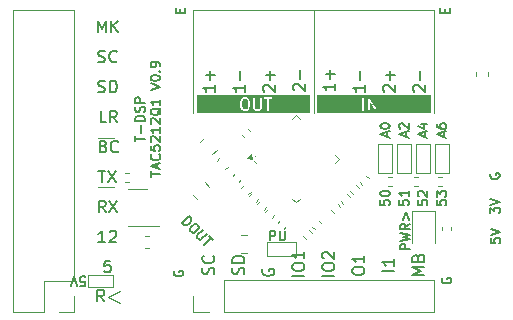
<source format=gbr>
%TF.GenerationSoftware,KiCad,Pcbnew,8.0.7*%
%TF.CreationDate,2025-04-21T06:01:31-04:00*%
%TF.ProjectId,tac5212_audio_board_single_ended,74616335-3231-4325-9f61-7564696f5f62,rev?*%
%TF.SameCoordinates,Original*%
%TF.FileFunction,Legend,Top*%
%TF.FilePolarity,Positive*%
%FSLAX46Y46*%
G04 Gerber Fmt 4.6, Leading zero omitted, Abs format (unit mm)*
G04 Created by KiCad (PCBNEW 8.0.7) date 2025-04-21 06:01:31*
%MOMM*%
%LPD*%
G01*
G04 APERTURE LIST*
%ADD10C,0.200000*%
%ADD11C,0.150000*%
%ADD12C,0.120000*%
%ADD13C,0.100000*%
G04 APERTURE END LIST*
D10*
X95827695Y-109504761D02*
X95827695Y-109047618D01*
X96627695Y-109276190D02*
X95827695Y-109276190D01*
X96322933Y-108780951D02*
X96322933Y-108171428D01*
X96627695Y-107790475D02*
X95827695Y-107790475D01*
X95827695Y-107790475D02*
X95827695Y-107599999D01*
X95827695Y-107599999D02*
X95865790Y-107485713D01*
X95865790Y-107485713D02*
X95941980Y-107409523D01*
X95941980Y-107409523D02*
X96018171Y-107371428D01*
X96018171Y-107371428D02*
X96170552Y-107333332D01*
X96170552Y-107333332D02*
X96284838Y-107333332D01*
X96284838Y-107333332D02*
X96437219Y-107371428D01*
X96437219Y-107371428D02*
X96513409Y-107409523D01*
X96513409Y-107409523D02*
X96589600Y-107485713D01*
X96589600Y-107485713D02*
X96627695Y-107599999D01*
X96627695Y-107599999D02*
X96627695Y-107790475D01*
X96589600Y-107028571D02*
X96627695Y-106914285D01*
X96627695Y-106914285D02*
X96627695Y-106723809D01*
X96627695Y-106723809D02*
X96589600Y-106647618D01*
X96589600Y-106647618D02*
X96551504Y-106609523D01*
X96551504Y-106609523D02*
X96475314Y-106571428D01*
X96475314Y-106571428D02*
X96399123Y-106571428D01*
X96399123Y-106571428D02*
X96322933Y-106609523D01*
X96322933Y-106609523D02*
X96284838Y-106647618D01*
X96284838Y-106647618D02*
X96246742Y-106723809D01*
X96246742Y-106723809D02*
X96208647Y-106876190D01*
X96208647Y-106876190D02*
X96170552Y-106952380D01*
X96170552Y-106952380D02*
X96132457Y-106990475D01*
X96132457Y-106990475D02*
X96056266Y-107028571D01*
X96056266Y-107028571D02*
X95980076Y-107028571D01*
X95980076Y-107028571D02*
X95903885Y-106990475D01*
X95903885Y-106990475D02*
X95865790Y-106952380D01*
X95865790Y-106952380D02*
X95827695Y-106876190D01*
X95827695Y-106876190D02*
X95827695Y-106685713D01*
X95827695Y-106685713D02*
X95865790Y-106571428D01*
X96627695Y-106228570D02*
X95827695Y-106228570D01*
X95827695Y-106228570D02*
X95827695Y-105923808D01*
X95827695Y-105923808D02*
X95865790Y-105847618D01*
X95865790Y-105847618D02*
X95903885Y-105809523D01*
X95903885Y-105809523D02*
X95980076Y-105771427D01*
X95980076Y-105771427D02*
X96094361Y-105771427D01*
X96094361Y-105771427D02*
X96170552Y-105809523D01*
X96170552Y-105809523D02*
X96208647Y-105847618D01*
X96208647Y-105847618D02*
X96246742Y-105923808D01*
X96246742Y-105923808D02*
X96246742Y-106228570D01*
X97115650Y-112495238D02*
X97115650Y-112038095D01*
X97915650Y-112266667D02*
X97115650Y-112266667D01*
X97687078Y-111809524D02*
X97687078Y-111428571D01*
X97915650Y-111885714D02*
X97115650Y-111619047D01*
X97115650Y-111619047D02*
X97915650Y-111352381D01*
X97839459Y-110628571D02*
X97877555Y-110666667D01*
X97877555Y-110666667D02*
X97915650Y-110780952D01*
X97915650Y-110780952D02*
X97915650Y-110857143D01*
X97915650Y-110857143D02*
X97877555Y-110971429D01*
X97877555Y-110971429D02*
X97801364Y-111047619D01*
X97801364Y-111047619D02*
X97725174Y-111085714D01*
X97725174Y-111085714D02*
X97572793Y-111123810D01*
X97572793Y-111123810D02*
X97458507Y-111123810D01*
X97458507Y-111123810D02*
X97306126Y-111085714D01*
X97306126Y-111085714D02*
X97229935Y-111047619D01*
X97229935Y-111047619D02*
X97153745Y-110971429D01*
X97153745Y-110971429D02*
X97115650Y-110857143D01*
X97115650Y-110857143D02*
X97115650Y-110780952D01*
X97115650Y-110780952D02*
X97153745Y-110666667D01*
X97153745Y-110666667D02*
X97191840Y-110628571D01*
X97115650Y-109904762D02*
X97115650Y-110285714D01*
X97115650Y-110285714D02*
X97496602Y-110323810D01*
X97496602Y-110323810D02*
X97458507Y-110285714D01*
X97458507Y-110285714D02*
X97420412Y-110209524D01*
X97420412Y-110209524D02*
X97420412Y-110019048D01*
X97420412Y-110019048D02*
X97458507Y-109942857D01*
X97458507Y-109942857D02*
X97496602Y-109904762D01*
X97496602Y-109904762D02*
X97572793Y-109866667D01*
X97572793Y-109866667D02*
X97763269Y-109866667D01*
X97763269Y-109866667D02*
X97839459Y-109904762D01*
X97839459Y-109904762D02*
X97877555Y-109942857D01*
X97877555Y-109942857D02*
X97915650Y-110019048D01*
X97915650Y-110019048D02*
X97915650Y-110209524D01*
X97915650Y-110209524D02*
X97877555Y-110285714D01*
X97877555Y-110285714D02*
X97839459Y-110323810D01*
X97191840Y-109561905D02*
X97153745Y-109523809D01*
X97153745Y-109523809D02*
X97115650Y-109447619D01*
X97115650Y-109447619D02*
X97115650Y-109257143D01*
X97115650Y-109257143D02*
X97153745Y-109180952D01*
X97153745Y-109180952D02*
X97191840Y-109142857D01*
X97191840Y-109142857D02*
X97268031Y-109104762D01*
X97268031Y-109104762D02*
X97344221Y-109104762D01*
X97344221Y-109104762D02*
X97458507Y-109142857D01*
X97458507Y-109142857D02*
X97915650Y-109600000D01*
X97915650Y-109600000D02*
X97915650Y-109104762D01*
X97915650Y-108342857D02*
X97915650Y-108800000D01*
X97915650Y-108571428D02*
X97115650Y-108571428D01*
X97115650Y-108571428D02*
X97229935Y-108647619D01*
X97229935Y-108647619D02*
X97306126Y-108723809D01*
X97306126Y-108723809D02*
X97344221Y-108800000D01*
X97191840Y-108038095D02*
X97153745Y-107999999D01*
X97153745Y-107999999D02*
X97115650Y-107923809D01*
X97115650Y-107923809D02*
X97115650Y-107733333D01*
X97115650Y-107733333D02*
X97153745Y-107657142D01*
X97153745Y-107657142D02*
X97191840Y-107619047D01*
X97191840Y-107619047D02*
X97268031Y-107580952D01*
X97268031Y-107580952D02*
X97344221Y-107580952D01*
X97344221Y-107580952D02*
X97458507Y-107619047D01*
X97458507Y-107619047D02*
X97915650Y-108076190D01*
X97915650Y-108076190D02*
X97915650Y-107580952D01*
X97991840Y-106704761D02*
X97953745Y-106780951D01*
X97953745Y-106780951D02*
X97877555Y-106857142D01*
X97877555Y-106857142D02*
X97763269Y-106971428D01*
X97763269Y-106971428D02*
X97725174Y-107047618D01*
X97725174Y-107047618D02*
X97725174Y-107123809D01*
X97915650Y-107085713D02*
X97877555Y-107161904D01*
X97877555Y-107161904D02*
X97801364Y-107238094D01*
X97801364Y-107238094D02*
X97648983Y-107276190D01*
X97648983Y-107276190D02*
X97382316Y-107276190D01*
X97382316Y-107276190D02*
X97229935Y-107238094D01*
X97229935Y-107238094D02*
X97153745Y-107161904D01*
X97153745Y-107161904D02*
X97115650Y-107085713D01*
X97115650Y-107085713D02*
X97115650Y-106933332D01*
X97115650Y-106933332D02*
X97153745Y-106857142D01*
X97153745Y-106857142D02*
X97229935Y-106780951D01*
X97229935Y-106780951D02*
X97382316Y-106742856D01*
X97382316Y-106742856D02*
X97648983Y-106742856D01*
X97648983Y-106742856D02*
X97801364Y-106780951D01*
X97801364Y-106780951D02*
X97877555Y-106857142D01*
X97877555Y-106857142D02*
X97915650Y-106933332D01*
X97915650Y-106933332D02*
X97915650Y-107085713D01*
X97915650Y-105980952D02*
X97915650Y-106438095D01*
X97915650Y-106209523D02*
X97115650Y-106209523D01*
X97115650Y-106209523D02*
X97229935Y-106285714D01*
X97229935Y-106285714D02*
X97306126Y-106361904D01*
X97306126Y-106361904D02*
X97344221Y-106438095D01*
X97115650Y-105142856D02*
X97915650Y-104876189D01*
X97915650Y-104876189D02*
X97115650Y-104609523D01*
X97115650Y-104190475D02*
X97115650Y-104114285D01*
X97115650Y-104114285D02*
X97153745Y-104038094D01*
X97153745Y-104038094D02*
X97191840Y-103999999D01*
X97191840Y-103999999D02*
X97268031Y-103961904D01*
X97268031Y-103961904D02*
X97420412Y-103923809D01*
X97420412Y-103923809D02*
X97610888Y-103923809D01*
X97610888Y-103923809D02*
X97763269Y-103961904D01*
X97763269Y-103961904D02*
X97839459Y-103999999D01*
X97839459Y-103999999D02*
X97877555Y-104038094D01*
X97877555Y-104038094D02*
X97915650Y-104114285D01*
X97915650Y-104114285D02*
X97915650Y-104190475D01*
X97915650Y-104190475D02*
X97877555Y-104266666D01*
X97877555Y-104266666D02*
X97839459Y-104304761D01*
X97839459Y-104304761D02*
X97763269Y-104342856D01*
X97763269Y-104342856D02*
X97610888Y-104380952D01*
X97610888Y-104380952D02*
X97420412Y-104380952D01*
X97420412Y-104380952D02*
X97268031Y-104342856D01*
X97268031Y-104342856D02*
X97191840Y-104304761D01*
X97191840Y-104304761D02*
X97153745Y-104266666D01*
X97153745Y-104266666D02*
X97115650Y-104190475D01*
X97839459Y-103580951D02*
X97877555Y-103542856D01*
X97877555Y-103542856D02*
X97915650Y-103580951D01*
X97915650Y-103580951D02*
X97877555Y-103619047D01*
X97877555Y-103619047D02*
X97839459Y-103580951D01*
X97839459Y-103580951D02*
X97915650Y-103580951D01*
X97915650Y-103161904D02*
X97915650Y-103009523D01*
X97915650Y-103009523D02*
X97877555Y-102933333D01*
X97877555Y-102933333D02*
X97839459Y-102895237D01*
X97839459Y-102895237D02*
X97725174Y-102819047D01*
X97725174Y-102819047D02*
X97572793Y-102780952D01*
X97572793Y-102780952D02*
X97268031Y-102780952D01*
X97268031Y-102780952D02*
X97191840Y-102819047D01*
X97191840Y-102819047D02*
X97153745Y-102857142D01*
X97153745Y-102857142D02*
X97115650Y-102933333D01*
X97115650Y-102933333D02*
X97115650Y-103085714D01*
X97115650Y-103085714D02*
X97153745Y-103161904D01*
X97153745Y-103161904D02*
X97191840Y-103199999D01*
X97191840Y-103199999D02*
X97268031Y-103238095D01*
X97268031Y-103238095D02*
X97458507Y-103238095D01*
X97458507Y-103238095D02*
X97534697Y-103199999D01*
X97534697Y-103199999D02*
X97572793Y-103161904D01*
X97572793Y-103161904D02*
X97610888Y-103085714D01*
X97610888Y-103085714D02*
X97610888Y-102933333D01*
X97610888Y-102933333D02*
X97572793Y-102857142D01*
X97572793Y-102857142D02*
X97534697Y-102819047D01*
X97534697Y-102819047D02*
X97458507Y-102780952D01*
D11*
X114207319Y-120571428D02*
X114207319Y-120380952D01*
X114207319Y-120380952D02*
X114254938Y-120285714D01*
X114254938Y-120285714D02*
X114350176Y-120190476D01*
X114350176Y-120190476D02*
X114540652Y-120142857D01*
X114540652Y-120142857D02*
X114873985Y-120142857D01*
X114873985Y-120142857D02*
X115064461Y-120190476D01*
X115064461Y-120190476D02*
X115159700Y-120285714D01*
X115159700Y-120285714D02*
X115207319Y-120380952D01*
X115207319Y-120380952D02*
X115207319Y-120571428D01*
X115207319Y-120571428D02*
X115159700Y-120666666D01*
X115159700Y-120666666D02*
X115064461Y-120761904D01*
X115064461Y-120761904D02*
X114873985Y-120809523D01*
X114873985Y-120809523D02*
X114540652Y-120809523D01*
X114540652Y-120809523D02*
X114350176Y-120761904D01*
X114350176Y-120761904D02*
X114254938Y-120666666D01*
X114254938Y-120666666D02*
X114207319Y-120571428D01*
X115207319Y-119190476D02*
X115207319Y-119761904D01*
X115207319Y-119476190D02*
X114207319Y-119476190D01*
X114207319Y-119476190D02*
X114350176Y-119571428D01*
X114350176Y-119571428D02*
X114445414Y-119666666D01*
X114445414Y-119666666D02*
X114493033Y-119761904D01*
X119442557Y-105304761D02*
X119394938Y-105257142D01*
X119394938Y-105257142D02*
X119347319Y-105161904D01*
X119347319Y-105161904D02*
X119347319Y-104923809D01*
X119347319Y-104923809D02*
X119394938Y-104828571D01*
X119394938Y-104828571D02*
X119442557Y-104780952D01*
X119442557Y-104780952D02*
X119537795Y-104733333D01*
X119537795Y-104733333D02*
X119633033Y-104733333D01*
X119633033Y-104733333D02*
X119775890Y-104780952D01*
X119775890Y-104780952D02*
X120347319Y-105352380D01*
X120347319Y-105352380D02*
X120347319Y-104733333D01*
X119966366Y-104304761D02*
X119966366Y-103542857D01*
X109282557Y-105209761D02*
X109234938Y-105162142D01*
X109234938Y-105162142D02*
X109187319Y-105066904D01*
X109187319Y-105066904D02*
X109187319Y-104828809D01*
X109187319Y-104828809D02*
X109234938Y-104733571D01*
X109234938Y-104733571D02*
X109282557Y-104685952D01*
X109282557Y-104685952D02*
X109377795Y-104638333D01*
X109377795Y-104638333D02*
X109473033Y-104638333D01*
X109473033Y-104638333D02*
X109615890Y-104685952D01*
X109615890Y-104685952D02*
X110187319Y-105257380D01*
X110187319Y-105257380D02*
X110187319Y-104638333D01*
X109806366Y-104209761D02*
X109806366Y-103447857D01*
X102459700Y-120785713D02*
X102507319Y-120642856D01*
X102507319Y-120642856D02*
X102507319Y-120404761D01*
X102507319Y-120404761D02*
X102459700Y-120309523D01*
X102459700Y-120309523D02*
X102412080Y-120261904D01*
X102412080Y-120261904D02*
X102316842Y-120214285D01*
X102316842Y-120214285D02*
X102221604Y-120214285D01*
X102221604Y-120214285D02*
X102126366Y-120261904D01*
X102126366Y-120261904D02*
X102078747Y-120309523D01*
X102078747Y-120309523D02*
X102031128Y-120404761D01*
X102031128Y-120404761D02*
X101983509Y-120595237D01*
X101983509Y-120595237D02*
X101935890Y-120690475D01*
X101935890Y-120690475D02*
X101888271Y-120738094D01*
X101888271Y-120738094D02*
X101793033Y-120785713D01*
X101793033Y-120785713D02*
X101697795Y-120785713D01*
X101697795Y-120785713D02*
X101602557Y-120738094D01*
X101602557Y-120738094D02*
X101554938Y-120690475D01*
X101554938Y-120690475D02*
X101507319Y-120595237D01*
X101507319Y-120595237D02*
X101507319Y-120357142D01*
X101507319Y-120357142D02*
X101554938Y-120214285D01*
X102412080Y-119214285D02*
X102459700Y-119261904D01*
X102459700Y-119261904D02*
X102507319Y-119404761D01*
X102507319Y-119404761D02*
X102507319Y-119499999D01*
X102507319Y-119499999D02*
X102459700Y-119642856D01*
X102459700Y-119642856D02*
X102364461Y-119738094D01*
X102364461Y-119738094D02*
X102269223Y-119785713D01*
X102269223Y-119785713D02*
X102078747Y-119833332D01*
X102078747Y-119833332D02*
X101935890Y-119833332D01*
X101935890Y-119833332D02*
X101745414Y-119785713D01*
X101745414Y-119785713D02*
X101650176Y-119738094D01*
X101650176Y-119738094D02*
X101554938Y-119642856D01*
X101554938Y-119642856D02*
X101507319Y-119499999D01*
X101507319Y-119499999D02*
X101507319Y-119404761D01*
X101507319Y-119404761D02*
X101554938Y-119261904D01*
X101554938Y-119261904D02*
X101602557Y-119214285D01*
X93192023Y-123059819D02*
X92858690Y-122583628D01*
X92620595Y-123059819D02*
X92620595Y-122059819D01*
X92620595Y-122059819D02*
X93001547Y-122059819D01*
X93001547Y-122059819D02*
X93096785Y-122107438D01*
X93096785Y-122107438D02*
X93144404Y-122155057D01*
X93144404Y-122155057D02*
X93192023Y-122250295D01*
X93192023Y-122250295D02*
X93192023Y-122393152D01*
X93192023Y-122393152D02*
X93144404Y-122488390D01*
X93144404Y-122488390D02*
X93096785Y-122536009D01*
X93096785Y-122536009D02*
X93001547Y-122583628D01*
X93001547Y-122583628D02*
X92620595Y-122583628D01*
X105107319Y-104733333D02*
X105107319Y-105304761D01*
X105107319Y-105019047D02*
X104107319Y-105019047D01*
X104107319Y-105019047D02*
X104250176Y-105114285D01*
X104250176Y-105114285D02*
X104345414Y-105209523D01*
X104345414Y-105209523D02*
X104393033Y-105304761D01*
X104726366Y-104304761D02*
X104726366Y-103542857D01*
X125884795Y-115614523D02*
X125884795Y-115119285D01*
X125884795Y-115119285D02*
X126189557Y-115385951D01*
X126189557Y-115385951D02*
X126189557Y-115271666D01*
X126189557Y-115271666D02*
X126227652Y-115195475D01*
X126227652Y-115195475D02*
X126265747Y-115157380D01*
X126265747Y-115157380D02*
X126341938Y-115119285D01*
X126341938Y-115119285D02*
X126532414Y-115119285D01*
X126532414Y-115119285D02*
X126608604Y-115157380D01*
X126608604Y-115157380D02*
X126646700Y-115195475D01*
X126646700Y-115195475D02*
X126684795Y-115271666D01*
X126684795Y-115271666D02*
X126684795Y-115500237D01*
X126684795Y-115500237D02*
X126646700Y-115576428D01*
X126646700Y-115576428D02*
X126608604Y-115614523D01*
X125884795Y-114890713D02*
X126684795Y-114624046D01*
X126684795Y-114624046D02*
X125884795Y-114357380D01*
X115267319Y-104733333D02*
X115267319Y-105304761D01*
X115267319Y-105019047D02*
X114267319Y-105019047D01*
X114267319Y-105019047D02*
X114410176Y-105114285D01*
X114410176Y-105114285D02*
X114505414Y-105209523D01*
X114505414Y-105209523D02*
X114553033Y-105304761D01*
X114886366Y-104304761D02*
X114886366Y-103542857D01*
X125907890Y-112270476D02*
X125869795Y-112346666D01*
X125869795Y-112346666D02*
X125869795Y-112460952D01*
X125869795Y-112460952D02*
X125907890Y-112575238D01*
X125907890Y-112575238D02*
X125984080Y-112651428D01*
X125984080Y-112651428D02*
X126060271Y-112689523D01*
X126060271Y-112689523D02*
X126212652Y-112727619D01*
X126212652Y-112727619D02*
X126326938Y-112727619D01*
X126326938Y-112727619D02*
X126479319Y-112689523D01*
X126479319Y-112689523D02*
X126555509Y-112651428D01*
X126555509Y-112651428D02*
X126631700Y-112575238D01*
X126631700Y-112575238D02*
X126669795Y-112460952D01*
X126669795Y-112460952D02*
X126669795Y-112384761D01*
X126669795Y-112384761D02*
X126631700Y-112270476D01*
X126631700Y-112270476D02*
X126593604Y-112232380D01*
X126593604Y-112232380D02*
X126326938Y-112232380D01*
X126326938Y-112232380D02*
X126326938Y-112384761D01*
G36*
X105273787Y-105969077D02*
G01*
X105345729Y-106041019D01*
X105386071Y-106202386D01*
X105386071Y-106517251D01*
X105345729Y-106678617D01*
X105273786Y-106750561D01*
X105205271Y-106784819D01*
X105050205Y-106784819D01*
X104981689Y-106750561D01*
X104909746Y-106678617D01*
X104869405Y-106517251D01*
X104869405Y-106202386D01*
X104909746Y-106041019D01*
X104981689Y-105969077D01*
X105050205Y-105934819D01*
X105205271Y-105934819D01*
X105273787Y-105969077D01*
G37*
G36*
X107550503Y-107045930D02*
G01*
X104608294Y-107045930D01*
X104608294Y-106193152D01*
X104719405Y-106193152D01*
X104719405Y-106526485D01*
X104719656Y-106529038D01*
X104719494Y-106530131D01*
X104720303Y-106535604D01*
X104720846Y-106541117D01*
X104721268Y-106542138D01*
X104721644Y-106544675D01*
X104769263Y-106735151D01*
X104774210Y-106748997D01*
X104777529Y-106753476D01*
X104779663Y-106758628D01*
X104788991Y-106769994D01*
X104884229Y-106865233D01*
X104889979Y-106869953D01*
X104891278Y-106871450D01*
X104893532Y-106872869D01*
X104895594Y-106874561D01*
X104897426Y-106875319D01*
X104903721Y-106879282D01*
X104998959Y-106926901D01*
X105012690Y-106932156D01*
X105015379Y-106932347D01*
X105017868Y-106933378D01*
X105032500Y-106934819D01*
X105222976Y-106934819D01*
X105237608Y-106933378D01*
X105240097Y-106932346D01*
X105242785Y-106932156D01*
X105256517Y-106926901D01*
X105351755Y-106879282D01*
X105358054Y-106875317D01*
X105359882Y-106874560D01*
X105361938Y-106872871D01*
X105364198Y-106871450D01*
X105365497Y-106869951D01*
X105371247Y-106865233D01*
X105466486Y-106769993D01*
X105475813Y-106758628D01*
X105477946Y-106753476D01*
X105481266Y-106748997D01*
X105486213Y-106735151D01*
X105533832Y-106544675D01*
X105534207Y-106542138D01*
X105534630Y-106541117D01*
X105535172Y-106535604D01*
X105535982Y-106530131D01*
X105535819Y-106529038D01*
X105536071Y-106526485D01*
X105536071Y-106193152D01*
X105535819Y-106190598D01*
X105535982Y-106189506D01*
X105535172Y-106184032D01*
X105534630Y-106178520D01*
X105534207Y-106177498D01*
X105533832Y-106174962D01*
X105486213Y-105984486D01*
X105481266Y-105970640D01*
X105477947Y-105966161D01*
X105475813Y-105961008D01*
X105466485Y-105949643D01*
X105376661Y-105859819D01*
X105814643Y-105859819D01*
X105814643Y-106669342D01*
X105816084Y-106683974D01*
X105817115Y-106686463D01*
X105817306Y-106689151D01*
X105822561Y-106702883D01*
X105870180Y-106798121D01*
X105874143Y-106804417D01*
X105874901Y-106806247D01*
X105876590Y-106808305D01*
X105878012Y-106810564D01*
X105879510Y-106811863D01*
X105884228Y-106817612D01*
X105931847Y-106865232D01*
X105937596Y-106869950D01*
X105938897Y-106871450D01*
X105941156Y-106872872D01*
X105943213Y-106874560D01*
X105945040Y-106875317D01*
X105951340Y-106879282D01*
X106046578Y-106926901D01*
X106060309Y-106932156D01*
X106062998Y-106932347D01*
X106065487Y-106933378D01*
X106080119Y-106934819D01*
X106270595Y-106934819D01*
X106285227Y-106933378D01*
X106287716Y-106932346D01*
X106290404Y-106932156D01*
X106304136Y-106926901D01*
X106399374Y-106879282D01*
X106405673Y-106875317D01*
X106407501Y-106874560D01*
X106409557Y-106872872D01*
X106411817Y-106871450D01*
X106413117Y-106869950D01*
X106418867Y-106865232D01*
X106466485Y-106817613D01*
X106471203Y-106811863D01*
X106472702Y-106810564D01*
X106474123Y-106808305D01*
X106475813Y-106806247D01*
X106476570Y-106804417D01*
X106480534Y-106798121D01*
X106528153Y-106702883D01*
X106533408Y-106689152D01*
X106533599Y-106686462D01*
X106534630Y-106683974D01*
X106536071Y-106669342D01*
X106536071Y-105859819D01*
X106534630Y-105845187D01*
X106720846Y-105845187D01*
X106720846Y-105874451D01*
X106732045Y-105901487D01*
X106752737Y-105922179D01*
X106779773Y-105933378D01*
X106794405Y-105934819D01*
X107005119Y-105934819D01*
X107005119Y-106859819D01*
X107006560Y-106874451D01*
X107017759Y-106901487D01*
X107038451Y-106922179D01*
X107065487Y-106933378D01*
X107094751Y-106933378D01*
X107121787Y-106922179D01*
X107142479Y-106901487D01*
X107153678Y-106874451D01*
X107155119Y-106859819D01*
X107155119Y-105934819D01*
X107365833Y-105934819D01*
X107380465Y-105933378D01*
X107407501Y-105922179D01*
X107428193Y-105901487D01*
X107439392Y-105874451D01*
X107439392Y-105845187D01*
X107428193Y-105818151D01*
X107407501Y-105797459D01*
X107380465Y-105786260D01*
X107365833Y-105784819D01*
X106794405Y-105784819D01*
X106779773Y-105786260D01*
X106752737Y-105797459D01*
X106732045Y-105818151D01*
X106720846Y-105845187D01*
X106534630Y-105845187D01*
X106523431Y-105818151D01*
X106502739Y-105797459D01*
X106475703Y-105786260D01*
X106446439Y-105786260D01*
X106419403Y-105797459D01*
X106398711Y-105818151D01*
X106387512Y-105845187D01*
X106386071Y-105859819D01*
X106386071Y-106651637D01*
X106351812Y-106720153D01*
X106321405Y-106750561D01*
X106252890Y-106784819D01*
X106097824Y-106784819D01*
X106029308Y-106750561D01*
X105998901Y-106720153D01*
X105964643Y-106651637D01*
X105964643Y-105859819D01*
X105963202Y-105845187D01*
X105952003Y-105818151D01*
X105931311Y-105797459D01*
X105904275Y-105786260D01*
X105875011Y-105786260D01*
X105847975Y-105797459D01*
X105827283Y-105818151D01*
X105816084Y-105845187D01*
X105814643Y-105859819D01*
X105376661Y-105859819D01*
X105371247Y-105854405D01*
X105365497Y-105849686D01*
X105364198Y-105848188D01*
X105361938Y-105846766D01*
X105359882Y-105845078D01*
X105358054Y-105844320D01*
X105351755Y-105840356D01*
X105256517Y-105792737D01*
X105242785Y-105787482D01*
X105240097Y-105787291D01*
X105237608Y-105786260D01*
X105222976Y-105784819D01*
X105032500Y-105784819D01*
X105017868Y-105786260D01*
X105015379Y-105787290D01*
X105012690Y-105787482D01*
X104998959Y-105792737D01*
X104903721Y-105840356D01*
X104897426Y-105844318D01*
X104895594Y-105845077D01*
X104893532Y-105846768D01*
X104891278Y-105848188D01*
X104889979Y-105849684D01*
X104884229Y-105854405D01*
X104788991Y-105949643D01*
X104779664Y-105961008D01*
X104777530Y-105966158D01*
X104774210Y-105970640D01*
X104769263Y-105984486D01*
X104721644Y-106174962D01*
X104721268Y-106177498D01*
X104720846Y-106178520D01*
X104720303Y-106184032D01*
X104719494Y-106189506D01*
X104719656Y-106190598D01*
X104719405Y-106193152D01*
X104608294Y-106193152D01*
X104608294Y-105673708D01*
X107550503Y-105673708D01*
X107550503Y-107045930D01*
G37*
X112727319Y-104638333D02*
X112727319Y-105209761D01*
X112727319Y-104924047D02*
X111727319Y-104924047D01*
X111727319Y-104924047D02*
X111870176Y-105019285D01*
X111870176Y-105019285D02*
X111965414Y-105114523D01*
X111965414Y-105114523D02*
X112013033Y-105209761D01*
X112346366Y-104209761D02*
X112346366Y-103447857D01*
X112727319Y-103828809D02*
X111965414Y-103828809D01*
X93138928Y-109921009D02*
X93281785Y-109968628D01*
X93281785Y-109968628D02*
X93329404Y-110016247D01*
X93329404Y-110016247D02*
X93377023Y-110111485D01*
X93377023Y-110111485D02*
X93377023Y-110254342D01*
X93377023Y-110254342D02*
X93329404Y-110349580D01*
X93329404Y-110349580D02*
X93281785Y-110397200D01*
X93281785Y-110397200D02*
X93186547Y-110444819D01*
X93186547Y-110444819D02*
X92805595Y-110444819D01*
X92805595Y-110444819D02*
X92805595Y-109444819D01*
X92805595Y-109444819D02*
X93138928Y-109444819D01*
X93138928Y-109444819D02*
X93234166Y-109492438D01*
X93234166Y-109492438D02*
X93281785Y-109540057D01*
X93281785Y-109540057D02*
X93329404Y-109635295D01*
X93329404Y-109635295D02*
X93329404Y-109730533D01*
X93329404Y-109730533D02*
X93281785Y-109825771D01*
X93281785Y-109825771D02*
X93234166Y-109873390D01*
X93234166Y-109873390D02*
X93138928Y-109921009D01*
X93138928Y-109921009D02*
X92805595Y-109921009D01*
X94377023Y-110349580D02*
X94329404Y-110397200D01*
X94329404Y-110397200D02*
X94186547Y-110444819D01*
X94186547Y-110444819D02*
X94091309Y-110444819D01*
X94091309Y-110444819D02*
X93948452Y-110397200D01*
X93948452Y-110397200D02*
X93853214Y-110301961D01*
X93853214Y-110301961D02*
X93805595Y-110206723D01*
X93805595Y-110206723D02*
X93757976Y-110016247D01*
X93757976Y-110016247D02*
X93757976Y-109873390D01*
X93757976Y-109873390D02*
X93805595Y-109682914D01*
X93805595Y-109682914D02*
X93853214Y-109587676D01*
X93853214Y-109587676D02*
X93948452Y-109492438D01*
X93948452Y-109492438D02*
X94091309Y-109444819D01*
X94091309Y-109444819D02*
X94186547Y-109444819D01*
X94186547Y-109444819D02*
X94329404Y-109492438D01*
X94329404Y-109492438D02*
X94377023Y-109540057D01*
X93305833Y-115524819D02*
X92972500Y-115048628D01*
X92734405Y-115524819D02*
X92734405Y-114524819D01*
X92734405Y-114524819D02*
X93115357Y-114524819D01*
X93115357Y-114524819D02*
X93210595Y-114572438D01*
X93210595Y-114572438D02*
X93258214Y-114620057D01*
X93258214Y-114620057D02*
X93305833Y-114715295D01*
X93305833Y-114715295D02*
X93305833Y-114858152D01*
X93305833Y-114858152D02*
X93258214Y-114953390D01*
X93258214Y-114953390D02*
X93210595Y-115001009D01*
X93210595Y-115001009D02*
X93115357Y-115048628D01*
X93115357Y-115048628D02*
X92734405Y-115048628D01*
X93639167Y-114524819D02*
X94305833Y-115524819D01*
X94305833Y-114524819D02*
X93639167Y-115524819D01*
X92710595Y-111984819D02*
X93282023Y-111984819D01*
X92996309Y-112984819D02*
X92996309Y-111984819D01*
X93520119Y-111984819D02*
X94186785Y-112984819D01*
X94186785Y-111984819D02*
X93520119Y-112984819D01*
X93377023Y-107904819D02*
X92900833Y-107904819D01*
X92900833Y-107904819D02*
X92900833Y-106904819D01*
X94281785Y-107904819D02*
X93948452Y-107428628D01*
X93710357Y-107904819D02*
X93710357Y-106904819D01*
X93710357Y-106904819D02*
X94091309Y-106904819D01*
X94091309Y-106904819D02*
X94186547Y-106952438D01*
X94186547Y-106952438D02*
X94234166Y-107000057D01*
X94234166Y-107000057D02*
X94281785Y-107095295D01*
X94281785Y-107095295D02*
X94281785Y-107238152D01*
X94281785Y-107238152D02*
X94234166Y-107333390D01*
X94234166Y-107333390D02*
X94186547Y-107381009D01*
X94186547Y-107381009D02*
X94091309Y-107428628D01*
X94091309Y-107428628D02*
X93710357Y-107428628D01*
G36*
X116342420Y-107045747D02*
G01*
X114922580Y-107045747D01*
X114922580Y-105859819D01*
X115033691Y-105859819D01*
X115033691Y-106859819D01*
X115035132Y-106874451D01*
X115046331Y-106901487D01*
X115067023Y-106922179D01*
X115094059Y-106933378D01*
X115123323Y-106933378D01*
X115150359Y-106922179D01*
X115171051Y-106901487D01*
X115182250Y-106874451D01*
X115183691Y-106859819D01*
X115183691Y-105859819D01*
X115509881Y-105859819D01*
X115509881Y-106859819D01*
X115511322Y-106874451D01*
X115522521Y-106901487D01*
X115543213Y-106922179D01*
X115570249Y-106933378D01*
X115599513Y-106933378D01*
X115626549Y-106922179D01*
X115647241Y-106901487D01*
X115658440Y-106874451D01*
X115659881Y-106859819D01*
X115659881Y-106142235D01*
X116091191Y-106897030D01*
X116093380Y-106900114D01*
X116093949Y-106901487D01*
X116095346Y-106902884D01*
X116099701Y-106909019D01*
X116107589Y-106915127D01*
X116114641Y-106922179D01*
X116119059Y-106924009D01*
X116122839Y-106926936D01*
X116132460Y-106929560D01*
X116141677Y-106933378D01*
X116146458Y-106933378D01*
X116151070Y-106934636D01*
X116160967Y-106933378D01*
X116170941Y-106933378D01*
X116175356Y-106931548D01*
X116180100Y-106930946D01*
X116188764Y-106925995D01*
X116197977Y-106922179D01*
X116201355Y-106918800D01*
X116205509Y-106916427D01*
X116211618Y-106908537D01*
X116218669Y-106901487D01*
X116220498Y-106897070D01*
X116223426Y-106893290D01*
X116226050Y-106883666D01*
X116229868Y-106874451D01*
X116230604Y-106866968D01*
X116231126Y-106865058D01*
X116230938Y-106863582D01*
X116231309Y-106859819D01*
X116231309Y-105859819D01*
X116229868Y-105845187D01*
X116218669Y-105818151D01*
X116197977Y-105797459D01*
X116170941Y-105786260D01*
X116141677Y-105786260D01*
X116114641Y-105797459D01*
X116093949Y-105818151D01*
X116082750Y-105845187D01*
X116081309Y-105859819D01*
X116081309Y-106577402D01*
X115649999Y-105822609D01*
X115647810Y-105819525D01*
X115647241Y-105818151D01*
X115645841Y-105816751D01*
X115641489Y-105810619D01*
X115633599Y-105804509D01*
X115626549Y-105797459D01*
X115622132Y-105795629D01*
X115618352Y-105792702D01*
X115608728Y-105790077D01*
X115599513Y-105786260D01*
X115594732Y-105786260D01*
X115590120Y-105785002D01*
X115580223Y-105786260D01*
X115570249Y-105786260D01*
X115565833Y-105788089D01*
X115561090Y-105788692D01*
X115552425Y-105793642D01*
X115543213Y-105797459D01*
X115539834Y-105800837D01*
X115535681Y-105803211D01*
X115529571Y-105811100D01*
X115522521Y-105818151D01*
X115520691Y-105822567D01*
X115517764Y-105826348D01*
X115515139Y-105835971D01*
X115511322Y-105845187D01*
X115510585Y-105852669D01*
X115510064Y-105854580D01*
X115510251Y-105856055D01*
X115509881Y-105859819D01*
X115183691Y-105859819D01*
X115182250Y-105845187D01*
X115171051Y-105818151D01*
X115150359Y-105797459D01*
X115123323Y-105786260D01*
X115094059Y-105786260D01*
X115067023Y-105797459D01*
X115046331Y-105818151D01*
X115035132Y-105845187D01*
X115033691Y-105859819D01*
X114922580Y-105859819D01*
X114922580Y-105673891D01*
X116342420Y-105673891D01*
X116342420Y-107045747D01*
G37*
X92686786Y-105317200D02*
X92829643Y-105364819D01*
X92829643Y-105364819D02*
X93067738Y-105364819D01*
X93067738Y-105364819D02*
X93162976Y-105317200D01*
X93162976Y-105317200D02*
X93210595Y-105269580D01*
X93210595Y-105269580D02*
X93258214Y-105174342D01*
X93258214Y-105174342D02*
X93258214Y-105079104D01*
X93258214Y-105079104D02*
X93210595Y-104983866D01*
X93210595Y-104983866D02*
X93162976Y-104936247D01*
X93162976Y-104936247D02*
X93067738Y-104888628D01*
X93067738Y-104888628D02*
X92877262Y-104841009D01*
X92877262Y-104841009D02*
X92782024Y-104793390D01*
X92782024Y-104793390D02*
X92734405Y-104745771D01*
X92734405Y-104745771D02*
X92686786Y-104650533D01*
X92686786Y-104650533D02*
X92686786Y-104555295D01*
X92686786Y-104555295D02*
X92734405Y-104460057D01*
X92734405Y-104460057D02*
X92782024Y-104412438D01*
X92782024Y-104412438D02*
X92877262Y-104364819D01*
X92877262Y-104364819D02*
X93115357Y-104364819D01*
X93115357Y-104364819D02*
X93258214Y-104412438D01*
X93686786Y-105364819D02*
X93686786Y-104364819D01*
X93686786Y-104364819D02*
X93924881Y-104364819D01*
X93924881Y-104364819D02*
X94067738Y-104412438D01*
X94067738Y-104412438D02*
X94162976Y-104507676D01*
X94162976Y-104507676D02*
X94210595Y-104602914D01*
X94210595Y-104602914D02*
X94258214Y-104793390D01*
X94258214Y-104793390D02*
X94258214Y-104936247D01*
X94258214Y-104936247D02*
X94210595Y-105126723D01*
X94210595Y-105126723D02*
X94162976Y-105221961D01*
X94162976Y-105221961D02*
X94067738Y-105317200D01*
X94067738Y-105317200D02*
X93924881Y-105364819D01*
X93924881Y-105364819D02*
X93686786Y-105364819D01*
X117747319Y-120476189D02*
X116747319Y-120476189D01*
X117747319Y-119476190D02*
X117747319Y-120047618D01*
X117747319Y-119761904D02*
X116747319Y-119761904D01*
X116747319Y-119761904D02*
X116890176Y-119857142D01*
X116890176Y-119857142D02*
X116985414Y-119952380D01*
X116985414Y-119952380D02*
X117033033Y-120047618D01*
X93710595Y-119604819D02*
X93234405Y-119604819D01*
X93234405Y-119604819D02*
X93186786Y-120081009D01*
X93186786Y-120081009D02*
X93234405Y-120033390D01*
X93234405Y-120033390D02*
X93329643Y-119985771D01*
X93329643Y-119985771D02*
X93567738Y-119985771D01*
X93567738Y-119985771D02*
X93662976Y-120033390D01*
X93662976Y-120033390D02*
X93710595Y-120081009D01*
X93710595Y-120081009D02*
X93758214Y-120176247D01*
X93758214Y-120176247D02*
X93758214Y-120414342D01*
X93758214Y-120414342D02*
X93710595Y-120509580D01*
X93710595Y-120509580D02*
X93662976Y-120557200D01*
X93662976Y-120557200D02*
X93567738Y-120604819D01*
X93567738Y-120604819D02*
X93329643Y-120604819D01*
X93329643Y-120604819D02*
X93234405Y-120557200D01*
X93234405Y-120557200D02*
X93186786Y-120509580D01*
X92639167Y-100284819D02*
X92639167Y-99284819D01*
X92639167Y-99284819D02*
X92972500Y-99999104D01*
X92972500Y-99999104D02*
X93305833Y-99284819D01*
X93305833Y-99284819D02*
X93305833Y-100284819D01*
X93782024Y-100284819D02*
X93782024Y-99284819D01*
X94353452Y-100284819D02*
X93924881Y-99713390D01*
X94353452Y-99284819D02*
X93782024Y-99856247D01*
X106634938Y-120338095D02*
X106587319Y-120433333D01*
X106587319Y-120433333D02*
X106587319Y-120576190D01*
X106587319Y-120576190D02*
X106634938Y-120719047D01*
X106634938Y-120719047D02*
X106730176Y-120814285D01*
X106730176Y-120814285D02*
X106825414Y-120861904D01*
X106825414Y-120861904D02*
X107015890Y-120909523D01*
X107015890Y-120909523D02*
X107158747Y-120909523D01*
X107158747Y-120909523D02*
X107349223Y-120861904D01*
X107349223Y-120861904D02*
X107444461Y-120814285D01*
X107444461Y-120814285D02*
X107539700Y-120719047D01*
X107539700Y-120719047D02*
X107587319Y-120576190D01*
X107587319Y-120576190D02*
X107587319Y-120480952D01*
X107587319Y-120480952D02*
X107539700Y-120338095D01*
X107539700Y-120338095D02*
X107492080Y-120290476D01*
X107492080Y-120290476D02*
X107158747Y-120290476D01*
X107158747Y-120290476D02*
X107158747Y-120480952D01*
X104999700Y-120785713D02*
X105047319Y-120642856D01*
X105047319Y-120642856D02*
X105047319Y-120404761D01*
X105047319Y-120404761D02*
X104999700Y-120309523D01*
X104999700Y-120309523D02*
X104952080Y-120261904D01*
X104952080Y-120261904D02*
X104856842Y-120214285D01*
X104856842Y-120214285D02*
X104761604Y-120214285D01*
X104761604Y-120214285D02*
X104666366Y-120261904D01*
X104666366Y-120261904D02*
X104618747Y-120309523D01*
X104618747Y-120309523D02*
X104571128Y-120404761D01*
X104571128Y-120404761D02*
X104523509Y-120595237D01*
X104523509Y-120595237D02*
X104475890Y-120690475D01*
X104475890Y-120690475D02*
X104428271Y-120738094D01*
X104428271Y-120738094D02*
X104333033Y-120785713D01*
X104333033Y-120785713D02*
X104237795Y-120785713D01*
X104237795Y-120785713D02*
X104142557Y-120738094D01*
X104142557Y-120738094D02*
X104094938Y-120690475D01*
X104094938Y-120690475D02*
X104047319Y-120595237D01*
X104047319Y-120595237D02*
X104047319Y-120357142D01*
X104047319Y-120357142D02*
X104094938Y-120214285D01*
X105047319Y-119785713D02*
X104047319Y-119785713D01*
X104047319Y-119785713D02*
X104047319Y-119547618D01*
X104047319Y-119547618D02*
X104094938Y-119404761D01*
X104094938Y-119404761D02*
X104190176Y-119309523D01*
X104190176Y-119309523D02*
X104285414Y-119261904D01*
X104285414Y-119261904D02*
X104475890Y-119214285D01*
X104475890Y-119214285D02*
X104618747Y-119214285D01*
X104618747Y-119214285D02*
X104809223Y-119261904D01*
X104809223Y-119261904D02*
X104904461Y-119309523D01*
X104904461Y-119309523D02*
X104999700Y-119404761D01*
X104999700Y-119404761D02*
X105047319Y-119547618D01*
X105047319Y-119547618D02*
X105047319Y-119785713D01*
X125914795Y-117707380D02*
X125914795Y-118088332D01*
X125914795Y-118088332D02*
X126295747Y-118126428D01*
X126295747Y-118126428D02*
X126257652Y-118088332D01*
X126257652Y-118088332D02*
X126219557Y-118012142D01*
X126219557Y-118012142D02*
X126219557Y-117821666D01*
X126219557Y-117821666D02*
X126257652Y-117745475D01*
X126257652Y-117745475D02*
X126295747Y-117707380D01*
X126295747Y-117707380D02*
X126371938Y-117669285D01*
X126371938Y-117669285D02*
X126562414Y-117669285D01*
X126562414Y-117669285D02*
X126638604Y-117707380D01*
X126638604Y-117707380D02*
X126676700Y-117745475D01*
X126676700Y-117745475D02*
X126714795Y-117821666D01*
X126714795Y-117821666D02*
X126714795Y-118012142D01*
X126714795Y-118012142D02*
X126676700Y-118088332D01*
X126676700Y-118088332D02*
X126638604Y-118126428D01*
X125914795Y-117440713D02*
X126714795Y-117174046D01*
X126714795Y-117174046D02*
X125914795Y-116907380D01*
X106742557Y-105304761D02*
X106694938Y-105257142D01*
X106694938Y-105257142D02*
X106647319Y-105161904D01*
X106647319Y-105161904D02*
X106647319Y-104923809D01*
X106647319Y-104923809D02*
X106694938Y-104828571D01*
X106694938Y-104828571D02*
X106742557Y-104780952D01*
X106742557Y-104780952D02*
X106837795Y-104733333D01*
X106837795Y-104733333D02*
X106933033Y-104733333D01*
X106933033Y-104733333D02*
X107075890Y-104780952D01*
X107075890Y-104780952D02*
X107647319Y-105352380D01*
X107647319Y-105352380D02*
X107647319Y-104733333D01*
X107266366Y-104304761D02*
X107266366Y-103542857D01*
X107647319Y-103923809D02*
X106885414Y-103923809D01*
X112667319Y-120904999D02*
X111667319Y-120904999D01*
X111667319Y-120238333D02*
X111667319Y-120047857D01*
X111667319Y-120047857D02*
X111714938Y-119952619D01*
X111714938Y-119952619D02*
X111810176Y-119857381D01*
X111810176Y-119857381D02*
X112000652Y-119809762D01*
X112000652Y-119809762D02*
X112333985Y-119809762D01*
X112333985Y-119809762D02*
X112524461Y-119857381D01*
X112524461Y-119857381D02*
X112619700Y-119952619D01*
X112619700Y-119952619D02*
X112667319Y-120047857D01*
X112667319Y-120047857D02*
X112667319Y-120238333D01*
X112667319Y-120238333D02*
X112619700Y-120333571D01*
X112619700Y-120333571D02*
X112524461Y-120428809D01*
X112524461Y-120428809D02*
X112333985Y-120476428D01*
X112333985Y-120476428D02*
X112000652Y-120476428D01*
X112000652Y-120476428D02*
X111810176Y-120428809D01*
X111810176Y-120428809D02*
X111714938Y-120333571D01*
X111714938Y-120333571D02*
X111667319Y-120238333D01*
X111762557Y-119428809D02*
X111714938Y-119381190D01*
X111714938Y-119381190D02*
X111667319Y-119285952D01*
X111667319Y-119285952D02*
X111667319Y-119047857D01*
X111667319Y-119047857D02*
X111714938Y-118952619D01*
X111714938Y-118952619D02*
X111762557Y-118905000D01*
X111762557Y-118905000D02*
X111857795Y-118857381D01*
X111857795Y-118857381D02*
X111953033Y-118857381D01*
X111953033Y-118857381D02*
X112095890Y-118905000D01*
X112095890Y-118905000D02*
X112667319Y-119476428D01*
X112667319Y-119476428D02*
X112667319Y-118857381D01*
X110127319Y-120904999D02*
X109127319Y-120904999D01*
X109127319Y-120238333D02*
X109127319Y-120047857D01*
X109127319Y-120047857D02*
X109174938Y-119952619D01*
X109174938Y-119952619D02*
X109270176Y-119857381D01*
X109270176Y-119857381D02*
X109460652Y-119809762D01*
X109460652Y-119809762D02*
X109793985Y-119809762D01*
X109793985Y-119809762D02*
X109984461Y-119857381D01*
X109984461Y-119857381D02*
X110079700Y-119952619D01*
X110079700Y-119952619D02*
X110127319Y-120047857D01*
X110127319Y-120047857D02*
X110127319Y-120238333D01*
X110127319Y-120238333D02*
X110079700Y-120333571D01*
X110079700Y-120333571D02*
X109984461Y-120428809D01*
X109984461Y-120428809D02*
X109793985Y-120476428D01*
X109793985Y-120476428D02*
X109460652Y-120476428D01*
X109460652Y-120476428D02*
X109270176Y-120428809D01*
X109270176Y-120428809D02*
X109174938Y-120333571D01*
X109174938Y-120333571D02*
X109127319Y-120238333D01*
X110127319Y-118857381D02*
X110127319Y-119428809D01*
X110127319Y-119143095D02*
X109127319Y-119143095D01*
X109127319Y-119143095D02*
X109270176Y-119238333D01*
X109270176Y-119238333D02*
X109365414Y-119333571D01*
X109365414Y-119333571D02*
X109413033Y-119428809D01*
X102567319Y-104733333D02*
X102567319Y-105304761D01*
X102567319Y-105019047D02*
X101567319Y-105019047D01*
X101567319Y-105019047D02*
X101710176Y-105114285D01*
X101710176Y-105114285D02*
X101805414Y-105209523D01*
X101805414Y-105209523D02*
X101853033Y-105304761D01*
X102186366Y-104304761D02*
X102186366Y-103542857D01*
X102567319Y-103923809D02*
X101805414Y-103923809D01*
X93282023Y-118064819D02*
X92710595Y-118064819D01*
X92996309Y-118064819D02*
X92996309Y-117064819D01*
X92996309Y-117064819D02*
X92901071Y-117207676D01*
X92901071Y-117207676D02*
X92805833Y-117302914D01*
X92805833Y-117302914D02*
X92710595Y-117350533D01*
X93662976Y-117160057D02*
X93710595Y-117112438D01*
X93710595Y-117112438D02*
X93805833Y-117064819D01*
X93805833Y-117064819D02*
X94043928Y-117064819D01*
X94043928Y-117064819D02*
X94139166Y-117112438D01*
X94139166Y-117112438D02*
X94186785Y-117160057D01*
X94186785Y-117160057D02*
X94234404Y-117255295D01*
X94234404Y-117255295D02*
X94234404Y-117350533D01*
X94234404Y-117350533D02*
X94186785Y-117493390D01*
X94186785Y-117493390D02*
X93615357Y-118064819D01*
X93615357Y-118064819D02*
X94234404Y-118064819D01*
X120287319Y-120833332D02*
X119287319Y-120833332D01*
X119287319Y-120833332D02*
X120001604Y-120499999D01*
X120001604Y-120499999D02*
X119287319Y-120166666D01*
X119287319Y-120166666D02*
X120287319Y-120166666D01*
X119763509Y-119357142D02*
X119811128Y-119214285D01*
X119811128Y-119214285D02*
X119858747Y-119166666D01*
X119858747Y-119166666D02*
X119953985Y-119119047D01*
X119953985Y-119119047D02*
X120096842Y-119119047D01*
X120096842Y-119119047D02*
X120192080Y-119166666D01*
X120192080Y-119166666D02*
X120239700Y-119214285D01*
X120239700Y-119214285D02*
X120287319Y-119309523D01*
X120287319Y-119309523D02*
X120287319Y-119690475D01*
X120287319Y-119690475D02*
X119287319Y-119690475D01*
X119287319Y-119690475D02*
X119287319Y-119357142D01*
X119287319Y-119357142D02*
X119334938Y-119261904D01*
X119334938Y-119261904D02*
X119382557Y-119214285D01*
X119382557Y-119214285D02*
X119477795Y-119166666D01*
X119477795Y-119166666D02*
X119573033Y-119166666D01*
X119573033Y-119166666D02*
X119668271Y-119214285D01*
X119668271Y-119214285D02*
X119715890Y-119261904D01*
X119715890Y-119261904D02*
X119763509Y-119357142D01*
X119763509Y-119357142D02*
X119763509Y-119690475D01*
X92686786Y-102777200D02*
X92829643Y-102824819D01*
X92829643Y-102824819D02*
X93067738Y-102824819D01*
X93067738Y-102824819D02*
X93162976Y-102777200D01*
X93162976Y-102777200D02*
X93210595Y-102729580D01*
X93210595Y-102729580D02*
X93258214Y-102634342D01*
X93258214Y-102634342D02*
X93258214Y-102539104D01*
X93258214Y-102539104D02*
X93210595Y-102443866D01*
X93210595Y-102443866D02*
X93162976Y-102396247D01*
X93162976Y-102396247D02*
X93067738Y-102348628D01*
X93067738Y-102348628D02*
X92877262Y-102301009D01*
X92877262Y-102301009D02*
X92782024Y-102253390D01*
X92782024Y-102253390D02*
X92734405Y-102205771D01*
X92734405Y-102205771D02*
X92686786Y-102110533D01*
X92686786Y-102110533D02*
X92686786Y-102015295D01*
X92686786Y-102015295D02*
X92734405Y-101920057D01*
X92734405Y-101920057D02*
X92782024Y-101872438D01*
X92782024Y-101872438D02*
X92877262Y-101824819D01*
X92877262Y-101824819D02*
X93115357Y-101824819D01*
X93115357Y-101824819D02*
X93258214Y-101872438D01*
X94258214Y-102729580D02*
X94210595Y-102777200D01*
X94210595Y-102777200D02*
X94067738Y-102824819D01*
X94067738Y-102824819D02*
X93972500Y-102824819D01*
X93972500Y-102824819D02*
X93829643Y-102777200D01*
X93829643Y-102777200D02*
X93734405Y-102681961D01*
X93734405Y-102681961D02*
X93686786Y-102586723D01*
X93686786Y-102586723D02*
X93639167Y-102396247D01*
X93639167Y-102396247D02*
X93639167Y-102253390D01*
X93639167Y-102253390D02*
X93686786Y-102062914D01*
X93686786Y-102062914D02*
X93734405Y-101967676D01*
X93734405Y-101967676D02*
X93829643Y-101872438D01*
X93829643Y-101872438D02*
X93972500Y-101824819D01*
X93972500Y-101824819D02*
X94067738Y-101824819D01*
X94067738Y-101824819D02*
X94210595Y-101872438D01*
X94210595Y-101872438D02*
X94258214Y-101920057D01*
X116902557Y-105304761D02*
X116854938Y-105257142D01*
X116854938Y-105257142D02*
X116807319Y-105161904D01*
X116807319Y-105161904D02*
X116807319Y-104923809D01*
X116807319Y-104923809D02*
X116854938Y-104828571D01*
X116854938Y-104828571D02*
X116902557Y-104780952D01*
X116902557Y-104780952D02*
X116997795Y-104733333D01*
X116997795Y-104733333D02*
X117093033Y-104733333D01*
X117093033Y-104733333D02*
X117235890Y-104780952D01*
X117235890Y-104780952D02*
X117807319Y-105352380D01*
X117807319Y-105352380D02*
X117807319Y-104733333D01*
X117426366Y-104304761D02*
X117426366Y-103542857D01*
X117807319Y-103923809D02*
X117045414Y-103923809D01*
X116562295Y-114497619D02*
X116562295Y-114878571D01*
X116562295Y-114878571D02*
X116943247Y-114916667D01*
X116943247Y-114916667D02*
X116905152Y-114878571D01*
X116905152Y-114878571D02*
X116867057Y-114802381D01*
X116867057Y-114802381D02*
X116867057Y-114611905D01*
X116867057Y-114611905D02*
X116905152Y-114535714D01*
X116905152Y-114535714D02*
X116943247Y-114497619D01*
X116943247Y-114497619D02*
X117019438Y-114459524D01*
X117019438Y-114459524D02*
X117209914Y-114459524D01*
X117209914Y-114459524D02*
X117286104Y-114497619D01*
X117286104Y-114497619D02*
X117324200Y-114535714D01*
X117324200Y-114535714D02*
X117362295Y-114611905D01*
X117362295Y-114611905D02*
X117362295Y-114802381D01*
X117362295Y-114802381D02*
X117324200Y-114878571D01*
X117324200Y-114878571D02*
X117286104Y-114916667D01*
X116562295Y-113964285D02*
X116562295Y-113888095D01*
X116562295Y-113888095D02*
X116600390Y-113811904D01*
X116600390Y-113811904D02*
X116638485Y-113773809D01*
X116638485Y-113773809D02*
X116714676Y-113735714D01*
X116714676Y-113735714D02*
X116867057Y-113697619D01*
X116867057Y-113697619D02*
X117057533Y-113697619D01*
X117057533Y-113697619D02*
X117209914Y-113735714D01*
X117209914Y-113735714D02*
X117286104Y-113773809D01*
X117286104Y-113773809D02*
X117324200Y-113811904D01*
X117324200Y-113811904D02*
X117362295Y-113888095D01*
X117362295Y-113888095D02*
X117362295Y-113964285D01*
X117362295Y-113964285D02*
X117324200Y-114040476D01*
X117324200Y-114040476D02*
X117286104Y-114078571D01*
X117286104Y-114078571D02*
X117209914Y-114116666D01*
X117209914Y-114116666D02*
X117057533Y-114154762D01*
X117057533Y-114154762D02*
X116867057Y-114154762D01*
X116867057Y-114154762D02*
X116714676Y-114116666D01*
X116714676Y-114116666D02*
X116638485Y-114078571D01*
X116638485Y-114078571D02*
X116600390Y-114040476D01*
X116600390Y-114040476D02*
X116562295Y-113964285D01*
X117133723Y-109126189D02*
X117133723Y-108745236D01*
X117362295Y-109202379D02*
X116562295Y-108935712D01*
X116562295Y-108935712D02*
X117362295Y-108669046D01*
X116562295Y-108249998D02*
X116562295Y-108173808D01*
X116562295Y-108173808D02*
X116600390Y-108097617D01*
X116600390Y-108097617D02*
X116638485Y-108059522D01*
X116638485Y-108059522D02*
X116714676Y-108021427D01*
X116714676Y-108021427D02*
X116867057Y-107983332D01*
X116867057Y-107983332D02*
X117057533Y-107983332D01*
X117057533Y-107983332D02*
X117209914Y-108021427D01*
X117209914Y-108021427D02*
X117286104Y-108059522D01*
X117286104Y-108059522D02*
X117324200Y-108097617D01*
X117324200Y-108097617D02*
X117362295Y-108173808D01*
X117362295Y-108173808D02*
X117362295Y-108249998D01*
X117362295Y-108249998D02*
X117324200Y-108326189D01*
X117324200Y-108326189D02*
X117286104Y-108364284D01*
X117286104Y-108364284D02*
X117209914Y-108402379D01*
X117209914Y-108402379D02*
X117057533Y-108440475D01*
X117057533Y-108440475D02*
X116867057Y-108440475D01*
X116867057Y-108440475D02*
X116714676Y-108402379D01*
X116714676Y-108402379D02*
X116638485Y-108364284D01*
X116638485Y-108364284D02*
X116600390Y-108326189D01*
X116600390Y-108326189D02*
X116562295Y-108249998D01*
X118162295Y-114497619D02*
X118162295Y-114878571D01*
X118162295Y-114878571D02*
X118543247Y-114916667D01*
X118543247Y-114916667D02*
X118505152Y-114878571D01*
X118505152Y-114878571D02*
X118467057Y-114802381D01*
X118467057Y-114802381D02*
X118467057Y-114611905D01*
X118467057Y-114611905D02*
X118505152Y-114535714D01*
X118505152Y-114535714D02*
X118543247Y-114497619D01*
X118543247Y-114497619D02*
X118619438Y-114459524D01*
X118619438Y-114459524D02*
X118809914Y-114459524D01*
X118809914Y-114459524D02*
X118886104Y-114497619D01*
X118886104Y-114497619D02*
X118924200Y-114535714D01*
X118924200Y-114535714D02*
X118962295Y-114611905D01*
X118962295Y-114611905D02*
X118962295Y-114802381D01*
X118962295Y-114802381D02*
X118924200Y-114878571D01*
X118924200Y-114878571D02*
X118886104Y-114916667D01*
X118962295Y-113697619D02*
X118962295Y-114154762D01*
X118962295Y-113926190D02*
X118162295Y-113926190D01*
X118162295Y-113926190D02*
X118276580Y-114002381D01*
X118276580Y-114002381D02*
X118352771Y-114078571D01*
X118352771Y-114078571D02*
X118390866Y-114154762D01*
X118733723Y-109126189D02*
X118733723Y-108745236D01*
X118962295Y-109202379D02*
X118162295Y-108935712D01*
X118162295Y-108935712D02*
X118962295Y-108669046D01*
X118238485Y-108440475D02*
X118200390Y-108402379D01*
X118200390Y-108402379D02*
X118162295Y-108326189D01*
X118162295Y-108326189D02*
X118162295Y-108135713D01*
X118162295Y-108135713D02*
X118200390Y-108059522D01*
X118200390Y-108059522D02*
X118238485Y-108021427D01*
X118238485Y-108021427D02*
X118314676Y-107983332D01*
X118314676Y-107983332D02*
X118390866Y-107983332D01*
X118390866Y-107983332D02*
X118505152Y-108021427D01*
X118505152Y-108021427D02*
X118962295Y-108478570D01*
X118962295Y-108478570D02*
X118962295Y-107983332D01*
X119762295Y-114497619D02*
X119762295Y-114878571D01*
X119762295Y-114878571D02*
X120143247Y-114916667D01*
X120143247Y-114916667D02*
X120105152Y-114878571D01*
X120105152Y-114878571D02*
X120067057Y-114802381D01*
X120067057Y-114802381D02*
X120067057Y-114611905D01*
X120067057Y-114611905D02*
X120105152Y-114535714D01*
X120105152Y-114535714D02*
X120143247Y-114497619D01*
X120143247Y-114497619D02*
X120219438Y-114459524D01*
X120219438Y-114459524D02*
X120409914Y-114459524D01*
X120409914Y-114459524D02*
X120486104Y-114497619D01*
X120486104Y-114497619D02*
X120524200Y-114535714D01*
X120524200Y-114535714D02*
X120562295Y-114611905D01*
X120562295Y-114611905D02*
X120562295Y-114802381D01*
X120562295Y-114802381D02*
X120524200Y-114878571D01*
X120524200Y-114878571D02*
X120486104Y-114916667D01*
X119838485Y-114154762D02*
X119800390Y-114116666D01*
X119800390Y-114116666D02*
X119762295Y-114040476D01*
X119762295Y-114040476D02*
X119762295Y-113850000D01*
X119762295Y-113850000D02*
X119800390Y-113773809D01*
X119800390Y-113773809D02*
X119838485Y-113735714D01*
X119838485Y-113735714D02*
X119914676Y-113697619D01*
X119914676Y-113697619D02*
X119990866Y-113697619D01*
X119990866Y-113697619D02*
X120105152Y-113735714D01*
X120105152Y-113735714D02*
X120562295Y-114192857D01*
X120562295Y-114192857D02*
X120562295Y-113697619D01*
X120333723Y-109126189D02*
X120333723Y-108745236D01*
X120562295Y-109202379D02*
X119762295Y-108935712D01*
X119762295Y-108935712D02*
X120562295Y-108669046D01*
X120028961Y-108059522D02*
X120562295Y-108059522D01*
X119724200Y-108249998D02*
X120295628Y-108440475D01*
X120295628Y-108440475D02*
X120295628Y-107945236D01*
X99643247Y-98610839D02*
X99643247Y-98344173D01*
X100062295Y-98229887D02*
X100062295Y-98610839D01*
X100062295Y-98610839D02*
X99262295Y-98610839D01*
X99262295Y-98610839D02*
X99262295Y-98229887D01*
X119044295Y-118660839D02*
X118244295Y-118660839D01*
X118244295Y-118660839D02*
X118244295Y-118356077D01*
X118244295Y-118356077D02*
X118282390Y-118279887D01*
X118282390Y-118279887D02*
X118320485Y-118241792D01*
X118320485Y-118241792D02*
X118396676Y-118203696D01*
X118396676Y-118203696D02*
X118510961Y-118203696D01*
X118510961Y-118203696D02*
X118587152Y-118241792D01*
X118587152Y-118241792D02*
X118625247Y-118279887D01*
X118625247Y-118279887D02*
X118663342Y-118356077D01*
X118663342Y-118356077D02*
X118663342Y-118660839D01*
X118244295Y-117937030D02*
X119044295Y-117746554D01*
X119044295Y-117746554D02*
X118472866Y-117594173D01*
X118472866Y-117594173D02*
X119044295Y-117441792D01*
X119044295Y-117441792D02*
X118244295Y-117251316D01*
X119044295Y-116489410D02*
X118663342Y-116756077D01*
X119044295Y-116946553D02*
X118244295Y-116946553D01*
X118244295Y-116946553D02*
X118244295Y-116641791D01*
X118244295Y-116641791D02*
X118282390Y-116565601D01*
X118282390Y-116565601D02*
X118320485Y-116527506D01*
X118320485Y-116527506D02*
X118396676Y-116489410D01*
X118396676Y-116489410D02*
X118510961Y-116489410D01*
X118510961Y-116489410D02*
X118587152Y-116527506D01*
X118587152Y-116527506D02*
X118625247Y-116565601D01*
X118625247Y-116565601D02*
X118663342Y-116641791D01*
X118663342Y-116641791D02*
X118663342Y-116946553D01*
X118510961Y-116146553D02*
X118739533Y-115537030D01*
X118739533Y-115537030D02*
X118968104Y-116146553D01*
X122043247Y-98610839D02*
X122043247Y-98344173D01*
X122462295Y-98229887D02*
X122462295Y-98610839D01*
X122462295Y-98610839D02*
X121662295Y-98610839D01*
X121662295Y-98610839D02*
X121662295Y-98229887D01*
X121362295Y-114497619D02*
X121362295Y-114878571D01*
X121362295Y-114878571D02*
X121743247Y-114916667D01*
X121743247Y-114916667D02*
X121705152Y-114878571D01*
X121705152Y-114878571D02*
X121667057Y-114802381D01*
X121667057Y-114802381D02*
X121667057Y-114611905D01*
X121667057Y-114611905D02*
X121705152Y-114535714D01*
X121705152Y-114535714D02*
X121743247Y-114497619D01*
X121743247Y-114497619D02*
X121819438Y-114459524D01*
X121819438Y-114459524D02*
X122009914Y-114459524D01*
X122009914Y-114459524D02*
X122086104Y-114497619D01*
X122086104Y-114497619D02*
X122124200Y-114535714D01*
X122124200Y-114535714D02*
X122162295Y-114611905D01*
X122162295Y-114611905D02*
X122162295Y-114802381D01*
X122162295Y-114802381D02*
X122124200Y-114878571D01*
X122124200Y-114878571D02*
X122086104Y-114916667D01*
X121362295Y-114192857D02*
X121362295Y-113697619D01*
X121362295Y-113697619D02*
X121667057Y-113964285D01*
X121667057Y-113964285D02*
X121667057Y-113850000D01*
X121667057Y-113850000D02*
X121705152Y-113773809D01*
X121705152Y-113773809D02*
X121743247Y-113735714D01*
X121743247Y-113735714D02*
X121819438Y-113697619D01*
X121819438Y-113697619D02*
X122009914Y-113697619D01*
X122009914Y-113697619D02*
X122086104Y-113735714D01*
X122086104Y-113735714D02*
X122124200Y-113773809D01*
X122124200Y-113773809D02*
X122162295Y-113850000D01*
X122162295Y-113850000D02*
X122162295Y-114078571D01*
X122162295Y-114078571D02*
X122124200Y-114154762D01*
X122124200Y-114154762D02*
X122086104Y-114192857D01*
X121933723Y-109126189D02*
X121933723Y-108745236D01*
X122162295Y-109202379D02*
X121362295Y-108935712D01*
X121362295Y-108935712D02*
X122162295Y-108669046D01*
X121362295Y-108059522D02*
X121362295Y-108211903D01*
X121362295Y-108211903D02*
X121400390Y-108288094D01*
X121400390Y-108288094D02*
X121438485Y-108326189D01*
X121438485Y-108326189D02*
X121552771Y-108402379D01*
X121552771Y-108402379D02*
X121705152Y-108440475D01*
X121705152Y-108440475D02*
X122009914Y-108440475D01*
X122009914Y-108440475D02*
X122086104Y-108402379D01*
X122086104Y-108402379D02*
X122124200Y-108364284D01*
X122124200Y-108364284D02*
X122162295Y-108288094D01*
X122162295Y-108288094D02*
X122162295Y-108135713D01*
X122162295Y-108135713D02*
X122124200Y-108059522D01*
X122124200Y-108059522D02*
X122086104Y-108021427D01*
X122086104Y-108021427D02*
X122009914Y-107983332D01*
X122009914Y-107983332D02*
X121819438Y-107983332D01*
X121819438Y-107983332D02*
X121743247Y-108021427D01*
X121743247Y-108021427D02*
X121705152Y-108059522D01*
X121705152Y-108059522D02*
X121667057Y-108135713D01*
X121667057Y-108135713D02*
X121667057Y-108288094D01*
X121667057Y-108288094D02*
X121705152Y-108364284D01*
X121705152Y-108364284D02*
X121743247Y-108402379D01*
X121743247Y-108402379D02*
X121819438Y-108440475D01*
X99813970Y-116426333D02*
X100379656Y-115860648D01*
X100379656Y-115860648D02*
X100514343Y-115995335D01*
X100514343Y-115995335D02*
X100568217Y-116103084D01*
X100568217Y-116103084D02*
X100568217Y-116210834D01*
X100568217Y-116210834D02*
X100541280Y-116291646D01*
X100541280Y-116291646D02*
X100460468Y-116426333D01*
X100460468Y-116426333D02*
X100379656Y-116507145D01*
X100379656Y-116507145D02*
X100244969Y-116587957D01*
X100244969Y-116587957D02*
X100164156Y-116614895D01*
X100164156Y-116614895D02*
X100056407Y-116614895D01*
X100056407Y-116614895D02*
X99948657Y-116561020D01*
X99948657Y-116561020D02*
X99813970Y-116426333D01*
X101053091Y-116534083D02*
X101160840Y-116641832D01*
X101160840Y-116641832D02*
X101187778Y-116722644D01*
X101187778Y-116722644D02*
X101187778Y-116830394D01*
X101187778Y-116830394D02*
X101106965Y-116965081D01*
X101106965Y-116965081D02*
X100918404Y-117153643D01*
X100918404Y-117153643D02*
X100783717Y-117234455D01*
X100783717Y-117234455D02*
X100675967Y-117234455D01*
X100675967Y-117234455D02*
X100595155Y-117207518D01*
X100595155Y-117207518D02*
X100487405Y-117099768D01*
X100487405Y-117099768D02*
X100460468Y-117018956D01*
X100460468Y-117018956D02*
X100460468Y-116911206D01*
X100460468Y-116911206D02*
X100541280Y-116776519D01*
X100541280Y-116776519D02*
X100729842Y-116587957D01*
X100729842Y-116587957D02*
X100864529Y-116507145D01*
X100864529Y-116507145D02*
X100972278Y-116507145D01*
X100972278Y-116507145D02*
X101053091Y-116534083D01*
X101537964Y-117018956D02*
X101080028Y-117476892D01*
X101080028Y-117476892D02*
X101053090Y-117557704D01*
X101053090Y-117557704D02*
X101053090Y-117611579D01*
X101053090Y-117611579D02*
X101080028Y-117692391D01*
X101080028Y-117692391D02*
X101187778Y-117800140D01*
X101187778Y-117800140D02*
X101268590Y-117827078D01*
X101268590Y-117827078D02*
X101322465Y-117827078D01*
X101322465Y-117827078D02*
X101403277Y-117800140D01*
X101403277Y-117800140D02*
X101861213Y-117342205D01*
X102049774Y-117530766D02*
X102373023Y-117854015D01*
X101645713Y-118258076D02*
X102211399Y-117692391D01*
X91179887Y-121747704D02*
X91560839Y-121747704D01*
X91560839Y-121747704D02*
X91598935Y-121366752D01*
X91598935Y-121366752D02*
X91560839Y-121404847D01*
X91560839Y-121404847D02*
X91484649Y-121442942D01*
X91484649Y-121442942D02*
X91294173Y-121442942D01*
X91294173Y-121442942D02*
X91217982Y-121404847D01*
X91217982Y-121404847D02*
X91179887Y-121366752D01*
X91179887Y-121366752D02*
X91141792Y-121290561D01*
X91141792Y-121290561D02*
X91141792Y-121100085D01*
X91141792Y-121100085D02*
X91179887Y-121023895D01*
X91179887Y-121023895D02*
X91217982Y-120985800D01*
X91217982Y-120985800D02*
X91294173Y-120947704D01*
X91294173Y-120947704D02*
X91484649Y-120947704D01*
X91484649Y-120947704D02*
X91560839Y-120985800D01*
X91560839Y-120985800D02*
X91598935Y-121023895D01*
X90913220Y-121747704D02*
X90646553Y-120947704D01*
X90646553Y-120947704D02*
X90379887Y-121747704D01*
X107239160Y-117894295D02*
X107239160Y-117094295D01*
X107239160Y-117094295D02*
X107543922Y-117094295D01*
X107543922Y-117094295D02*
X107620112Y-117132390D01*
X107620112Y-117132390D02*
X107658207Y-117170485D01*
X107658207Y-117170485D02*
X107696303Y-117246676D01*
X107696303Y-117246676D02*
X107696303Y-117360961D01*
X107696303Y-117360961D02*
X107658207Y-117437152D01*
X107658207Y-117437152D02*
X107620112Y-117475247D01*
X107620112Y-117475247D02*
X107543922Y-117513342D01*
X107543922Y-117513342D02*
X107239160Y-117513342D01*
X108039160Y-117094295D02*
X108039160Y-117741914D01*
X108039160Y-117741914D02*
X108077255Y-117818104D01*
X108077255Y-117818104D02*
X108115350Y-117856200D01*
X108115350Y-117856200D02*
X108191541Y-117894295D01*
X108191541Y-117894295D02*
X108343922Y-117894295D01*
X108343922Y-117894295D02*
X108420112Y-117856200D01*
X108420112Y-117856200D02*
X108458207Y-117818104D01*
X108458207Y-117818104D02*
X108496303Y-117741914D01*
X108496303Y-117741914D02*
X108496303Y-117094295D01*
X121800390Y-121091792D02*
X121762295Y-121167982D01*
X121762295Y-121167982D02*
X121762295Y-121282268D01*
X121762295Y-121282268D02*
X121800390Y-121396554D01*
X121800390Y-121396554D02*
X121876580Y-121472744D01*
X121876580Y-121472744D02*
X121952771Y-121510839D01*
X121952771Y-121510839D02*
X122105152Y-121548935D01*
X122105152Y-121548935D02*
X122219438Y-121548935D01*
X122219438Y-121548935D02*
X122371819Y-121510839D01*
X122371819Y-121510839D02*
X122448009Y-121472744D01*
X122448009Y-121472744D02*
X122524200Y-121396554D01*
X122524200Y-121396554D02*
X122562295Y-121282268D01*
X122562295Y-121282268D02*
X122562295Y-121206077D01*
X122562295Y-121206077D02*
X122524200Y-121091792D01*
X122524200Y-121091792D02*
X122486104Y-121053696D01*
X122486104Y-121053696D02*
X122219438Y-121053696D01*
X122219438Y-121053696D02*
X122219438Y-121206077D01*
X99100390Y-120491792D02*
X99062295Y-120567982D01*
X99062295Y-120567982D02*
X99062295Y-120682268D01*
X99062295Y-120682268D02*
X99100390Y-120796554D01*
X99100390Y-120796554D02*
X99176580Y-120872744D01*
X99176580Y-120872744D02*
X99252771Y-120910839D01*
X99252771Y-120910839D02*
X99405152Y-120948935D01*
X99405152Y-120948935D02*
X99519438Y-120948935D01*
X99519438Y-120948935D02*
X99671819Y-120910839D01*
X99671819Y-120910839D02*
X99748009Y-120872744D01*
X99748009Y-120872744D02*
X99824200Y-120796554D01*
X99824200Y-120796554D02*
X99862295Y-120682268D01*
X99862295Y-120682268D02*
X99862295Y-120606077D01*
X99862295Y-120606077D02*
X99824200Y-120491792D01*
X99824200Y-120491792D02*
X99786104Y-120453696D01*
X99786104Y-120453696D02*
X99519438Y-120453696D01*
X99519438Y-120453696D02*
X99519438Y-120606077D01*
D12*
%TO.C,R113*%
X113449825Y-114787227D02*
X113212773Y-114550175D01*
X113987227Y-114249825D02*
X113750175Y-114012773D01*
%TO.C,R121*%
X110022659Y-117560060D02*
X110239940Y-117777341D01*
X110560060Y-117022659D02*
X110777341Y-117239940D01*
%TO.C,board_outline108*%
X85467500Y-123930000D02*
X85467500Y-98410000D01*
X88067500Y-121330000D02*
X88067500Y-123930000D01*
X88067500Y-123930000D02*
X85467500Y-123930000D01*
X90667500Y-98410000D02*
X85467500Y-98410000D01*
X90667500Y-121330000D02*
X88067500Y-121330000D01*
X90667500Y-121330000D02*
X90667500Y-98410000D01*
X90667500Y-122600000D02*
X90667500Y-123930000D01*
X90667500Y-123930000D02*
X89337500Y-123930000D01*
X92677500Y-109245000D02*
X93987500Y-109245000D01*
X93532500Y-122705000D02*
X94532500Y-123205000D01*
X93987500Y-113345000D02*
X92677500Y-113345000D01*
X94532500Y-122205000D02*
X93532500Y-122705000D01*
X100717500Y-98415000D02*
X121157500Y-98415000D01*
X100717500Y-103615000D02*
X100717500Y-98415000D01*
X100717500Y-103615000D02*
X100717500Y-107105000D01*
X100717500Y-123935000D02*
X100717500Y-122605000D01*
X102047500Y-123935000D02*
X100717500Y-123935000D01*
X103317500Y-121275000D02*
X121157500Y-121275000D01*
X103317500Y-123935000D02*
X103317500Y-121275000D01*
X103317500Y-123935000D02*
X121157500Y-123935000D01*
X110937500Y-98415000D02*
X110937500Y-107105000D01*
X121157500Y-101075000D02*
X121157500Y-98415000D01*
X121157500Y-107105000D02*
X121157500Y-100955000D01*
X121157500Y-123935000D02*
X121157500Y-121275000D01*
G36*
X101032500Y-105605000D02*
G01*
X104632500Y-105605000D01*
X104632500Y-107105000D01*
X101032500Y-107105000D01*
X101032500Y-105605000D01*
G37*
G36*
X101032500Y-105605000D02*
G01*
X110632500Y-105605000D01*
X110632500Y-105705000D01*
X101032500Y-105705000D01*
X101032500Y-105605000D01*
G37*
G36*
X101032500Y-107005000D02*
G01*
X110632500Y-107005000D01*
X110632500Y-107105000D01*
X101032500Y-107105000D01*
X101032500Y-107005000D01*
G37*
G36*
X107532500Y-105605000D02*
G01*
X110632500Y-105605000D01*
X110632500Y-107105000D01*
X107532500Y-107105000D01*
X107532500Y-105605000D01*
G37*
G36*
X111232500Y-105605000D02*
G01*
X120832500Y-105605000D01*
X120832500Y-105705000D01*
X111232500Y-105705000D01*
X111232500Y-105605000D01*
G37*
G36*
X111232500Y-107005000D02*
G01*
X120832500Y-107005000D01*
X120832500Y-107105000D01*
X111232500Y-107105000D01*
X111232500Y-107005000D01*
G37*
G36*
X111242500Y-105605000D02*
G01*
X114932500Y-105605000D01*
X114932500Y-107105000D01*
X111242500Y-107105000D01*
X111242500Y-105605000D01*
G37*
G36*
X116332500Y-105605000D02*
G01*
X120862500Y-105605000D01*
X120862500Y-107105000D01*
X116332500Y-107105000D01*
X116332500Y-105605000D01*
G37*
%TO.C,ADD108*%
X116400000Y-109700000D02*
X117600000Y-109700000D01*
X116400000Y-112200000D02*
X116400000Y-109700000D01*
X117600000Y-109700000D02*
X117600000Y-112200000D01*
X117600000Y-112200000D02*
X116400000Y-112200000D01*
%TO.C,R112*%
X114249825Y-113987227D02*
X114012773Y-113750175D01*
X114787227Y-113449825D02*
X114550175Y-113212773D01*
%TO.C,C111*%
X105261253Y-117465000D02*
X104738747Y-117465000D01*
X105261253Y-118935000D02*
X104738747Y-118935000D01*
%TO.C,R114*%
X112649825Y-115587227D02*
X112412773Y-115350175D01*
X113187227Y-115049825D02*
X112950175Y-114812773D01*
%TO.C,R115*%
X105480603Y-114136033D02*
X105717655Y-113898981D01*
X106018005Y-114673435D02*
X106255057Y-114436383D01*
%TO.C,ADD112*%
X118000000Y-109700000D02*
X119200000Y-109700000D01*
X118000000Y-112200000D02*
X118000000Y-109700000D01*
X119200000Y-109700000D02*
X119200000Y-112200000D01*
X119200000Y-112200000D02*
X118000000Y-112200000D01*
%TO.C,C109*%
X105021693Y-109130810D02*
X104869190Y-108978307D01*
X105530810Y-108621693D02*
X105378307Y-108469190D01*
%TO.C,ADD110*%
X119600000Y-109700000D02*
X120800000Y-109700000D01*
X119600000Y-112200000D02*
X119600000Y-109700000D01*
X120800000Y-109700000D02*
X120800000Y-112200000D01*
X120800000Y-112200000D02*
X119600000Y-112200000D01*
%TO.C,C115*%
X101065010Y-114404457D02*
X100695543Y-114034990D01*
X102104457Y-113365010D02*
X101734990Y-112995543D01*
%TO.C,U108*%
X96000000Y-113540000D02*
X95200000Y-113540000D01*
X96000000Y-113540000D02*
X96800000Y-113540000D01*
X96000000Y-116660000D02*
X95200000Y-116660000D01*
X96000000Y-116660000D02*
X97800000Y-116660000D01*
%TO.C,R118*%
X106824106Y-115479536D02*
X107061158Y-115242484D01*
X107361508Y-116016938D02*
X107598560Y-115779886D01*
%TO.C,R126*%
X121820000Y-116746359D02*
X121820000Y-117053641D01*
X122580000Y-116746359D02*
X122580000Y-117053641D01*
%TO.C,C118*%
X124690000Y-103946267D02*
X124690000Y-103653733D01*
X125710000Y-103946267D02*
X125710000Y-103653733D01*
%TO.C,TAC108-Q1*%
X106044778Y-110664124D02*
X105921035Y-110787868D01*
X106044778Y-111335876D02*
X105878608Y-111169706D01*
X109064124Y-107644778D02*
X109400000Y-107308903D01*
X109400000Y-107308903D02*
X109735876Y-107644778D01*
X109400000Y-114691097D02*
X109064124Y-114355222D01*
X109735876Y-114355222D02*
X109400000Y-114691097D01*
X112755222Y-111335876D02*
X113091097Y-111000000D01*
X113091097Y-111000000D02*
X112755222Y-110664124D01*
X105708903Y-111000000D02*
X105305852Y-110936360D01*
X105645263Y-110596949D01*
X105708903Y-111000000D01*
G36*
X105708903Y-111000000D02*
G01*
X105305852Y-110936360D01*
X105645263Y-110596949D01*
X105708903Y-111000000D01*
G37*
%TO.C,C116*%
X104221693Y-112269190D02*
X104069190Y-112421693D01*
X104730810Y-112778307D02*
X104578307Y-112930810D01*
%TO.C,C108*%
X101665010Y-109195543D02*
X101295543Y-109565010D01*
X102704457Y-110234990D02*
X102334990Y-110604457D01*
%TO.C,D116*%
X119240000Y-115415000D02*
X119240000Y-118100000D01*
X121160000Y-115415000D02*
X119240000Y-115415000D01*
X121160000Y-118100000D02*
X121160000Y-115415000D01*
%TO.C,C112*%
X108021693Y-116269190D02*
X107869190Y-116421693D01*
X108530810Y-116778307D02*
X108378307Y-116930810D01*
%TO.C,ADD111*%
X121200000Y-109700000D02*
X122400000Y-109700000D01*
X121200000Y-112200000D02*
X121200000Y-109700000D01*
X122400000Y-109700000D02*
X122400000Y-112200000D01*
X122400000Y-112200000D02*
X121200000Y-112200000D01*
%TO.C,R110*%
X115049825Y-113187227D02*
X114812773Y-112950175D01*
X115587227Y-112649825D02*
X115350175Y-112412773D01*
%TO.C,5V108*%
D13*
X93960000Y-121810000D02*
X91850000Y-121810000D01*
X91850000Y-120810000D01*
X93960000Y-120810000D01*
X93960000Y-121810000D01*
D12*
%TO.C,C128*%
X96653733Y-117490000D02*
X96946267Y-117490000D01*
X96653733Y-118510000D02*
X96946267Y-118510000D01*
%TO.C,R123*%
X121446359Y-112520000D02*
X121753641Y-112520000D01*
X121446359Y-113280000D02*
X121753641Y-113280000D01*
%TO.C,C119*%
X102735949Y-111142802D02*
X102942802Y-110935949D01*
X103457198Y-111864051D02*
X103664051Y-111657198D01*
%TO.C,R124*%
X117553641Y-112520000D02*
X117246359Y-112520000D01*
X117553641Y-113280000D02*
X117246359Y-113280000D01*
%TO.C,R119*%
X104808852Y-113464281D02*
X105045904Y-113227229D01*
X105346254Y-114001683D02*
X105583306Y-113764631D01*
%TO.C,PU_EN108*%
X106950000Y-118000000D02*
X109450000Y-118000000D01*
X106950000Y-119200000D02*
X106950000Y-118000000D01*
X109450000Y-118000000D02*
X109450000Y-119200000D01*
X109450000Y-119200000D02*
X106950000Y-119200000D01*
%TO.C,R117*%
X106152355Y-114807784D02*
X106389407Y-114570732D01*
X106689757Y-115345186D02*
X106926809Y-115108134D01*
%TO.C,R122*%
X119753641Y-112520000D02*
X119446359Y-112520000D01*
X119753641Y-113280000D02*
X119446359Y-113280000D01*
%TO.C,R125*%
X94932379Y-112220000D02*
X95267621Y-112220000D01*
X94932379Y-112980000D02*
X95267621Y-112980000D01*
%TO.C,R120*%
X111039940Y-116977341D02*
X110822659Y-116760060D01*
X111577341Y-116439940D02*
X111360060Y-116222659D01*
%TD*%
M02*

</source>
